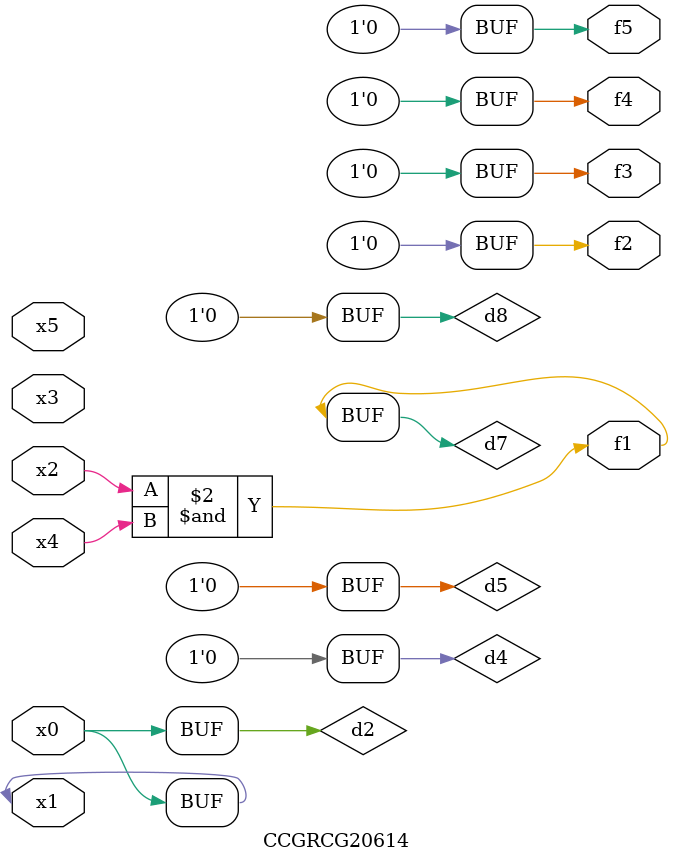
<source format=v>
module CCGRCG20614(
	input x0, x1, x2, x3, x4, x5,
	output f1, f2, f3, f4, f5
);

	wire d1, d2, d3, d4, d5, d6, d7, d8, d9;

	nand (d1, x1);
	buf (d2, x0, x1);
	nand (d3, x2, x4);
	and (d4, d1, d2);
	and (d5, d1, d2);
	nand (d6, d1, d3);
	not (d7, d3);
	xor (d8, d5);
	nor (d9, d5, d6);
	assign f1 = d7;
	assign f2 = d8;
	assign f3 = d8;
	assign f4 = d8;
	assign f5 = d8;
endmodule

</source>
